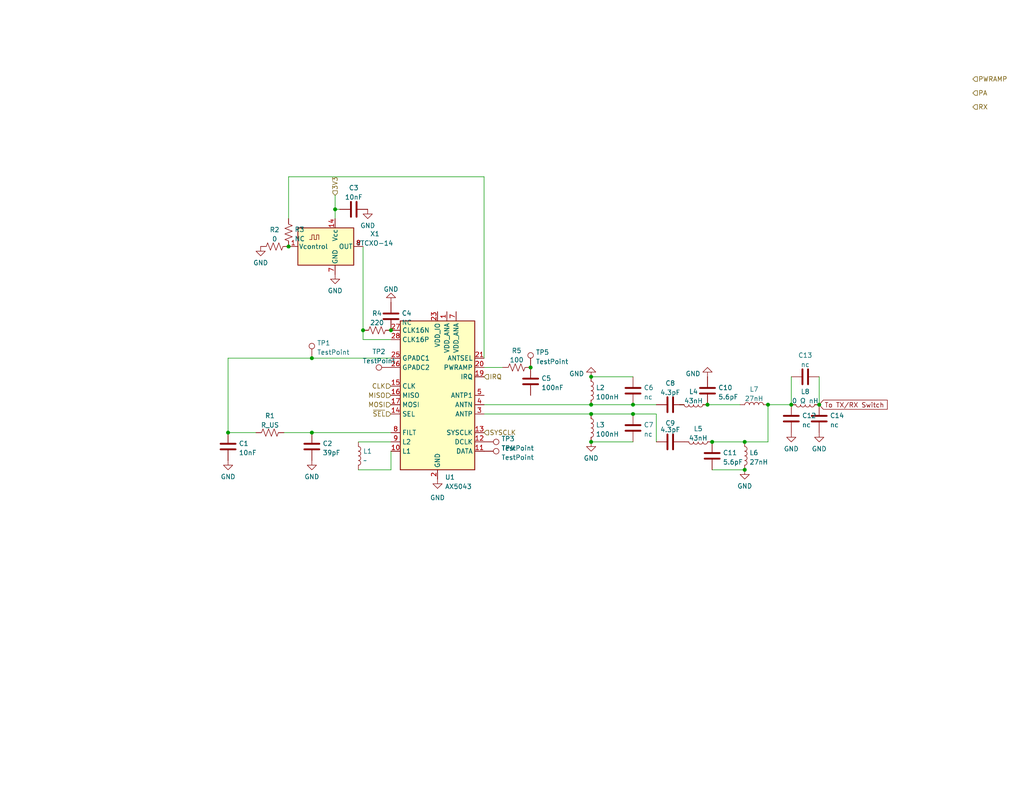
<source format=kicad_sch>
(kicad_sch (version 20211123) (generator eeschema)
  (paper "USLetter")
  (title_block (title "ADD5043 433 MHz Dev. Board Clone") (date "2022-05-20") (company "SilverSat Ltd."))
  (lib_symbols
    (symbol "Connector:TestPoint" (pin_numbers hide) (pin_names (offset 0.762) hide)
      (property "Reference" "TP" (at 0 6.858 0))
      (property "Value" "TestPoint" (at 0 5.08 0))
      (symbol "TestPoint_0_1"
        (circle (center 0 3.302) (radius 0.762))
      )
      (symbol "TestPoint_1_1"
        (pin passive line (at 0 0 90) (length 2.54) (name "1") (number "1"))
      )
    )
    (symbol "Device:C" (pin_numbers hide) (pin_names (offset 0.254))
      (property "Reference" "C" (at 0.635 2.54 0))
      (property "Value" "C" (at 0.635 -2.54 0))
      (symbol "C_0_1"
        (polyline (pts (xy -2.032 -0.762) (xy 2.032 -0.762)) (stroke (width 0.508)))
        (polyline (pts (xy -2.032 0.762) (xy 2.032 0.762)) (stroke (width 0.508)))
      )
      (symbol "C_1_1"
        (pin passive line (at 0 3.81 270) (length 2.794) (name "~") (number "1"))
        (pin passive line (at 0 -3.81 90) (length 2.794) (name "~") (number "2"))
      )
    )
    (symbol "Device:L" (pin_numbers hide) (pin_names (offset 1.016) hide)
      (property "Reference" "L" (at -1.27 0 90))
      (property "Value" "L" (at 1.905 0 90))
      (symbol "L_0_1"
        (arc (start 0 -2.54) (mid 0.635 -1.905) (end 0 -1.27))
        (arc (start 0 -1.27) (mid 0.635 -0.635) (end 0 0))
        (arc (start 0 0) (mid 0.635 0.635) (end 0 1.27))
        (arc (start 0 1.27) (mid 0.635 1.905) (end 0 2.54))
      )
      (symbol "L_1_1"
        (pin passive line (at 0 3.81 270) (length 1.27) (name "1") (number "1"))
        (pin passive line (at 0 -3.81 90) (length 1.27) (name "2") (number "2"))
      )
    )
    (symbol "Device:R_US" (pin_numbers hide) (pin_names (offset 0))
      (property "Reference" "R" (at 2.54 0 90))
      (property "Value" "R_US" (at -2.54 0 90))
      (symbol "R_US_0_1"
        (polyline (pts (xy 0 -2.286) (xy 0 -2.54)))
        (polyline (pts (xy 0 2.286) (xy 0 2.54)))
        (polyline (pts (xy 0 -0.762) (xy 1.016 -1.143) (xy 0 -1.524) (xy -1.016 -1.905) (xy 0 -2.286)))
        (polyline (pts (xy 0 0.762) (xy 1.016 0.381) (xy 0 0) (xy -1.016 -0.381) (xy 0 -0.762)))
        (polyline (pts (xy 0 2.286) (xy 1.016 1.905) (xy 0 1.524) (xy -1.016 1.143) (xy 0 0.762)))
      )
      (symbol "R_US_1_1"
        (pin passive line (at 0 3.81 270) (length 1.27) (name "~") (number "1"))
        (pin passive line (at 0 -3.81 90) (length 1.27) (name "~") (number "2"))
      )
    )
    (symbol "Oscillator:VTCXO-14" (pin_names (offset 0.254))
      (property "Reference" "X" (at -5.08 6.35 0))
      (property "Value" "VTCXO-14" (at 1.27 -6.35 0))
      (symbol "VTCXO-14_0_1"
        (rectangle (start -10.16 5.08) (end 5.08 -5.08) (stroke (width 0.254)) (fill (type background)))
        (polyline (pts (xy -6.985 1.905) (xy -6.35 1.905) (xy -6.35 3.175) (xy -5.715 3.175) (xy -5.715 1.905) (xy -5.08 1.905) (xy -5.08 3.175) (xy -4.445 3.175) (xy -4.445 1.905)))
      )
      (symbol "VTCXO-14_1_1"
        (pin input line (at -12.7 0 0) (length 2.54) (name "Vcontrol") (number "1"))
        (pin power_in line (at 0 7.62 270) (length 2.54) (name "Vcc") (number "14"))
        (pin power_in line (at 0 -7.62 90) (length 2.54) (name "GND") (number "7"))
        (pin output line (at 7.62 0 180) (length 2.54) (name "OUT") (number "8"))
      )
    )
    (symbol "RF:AX5043"
      (property "Reference" "U" (at -8.89 21.59 0))
      (property "Value" "AX5043" (at 8.89 21.59 0))
      (symbol "AX5043_1_0"
        (rectangle (start -10.16 -20.32) (end 10.16 20.32) (stroke (width 0.254)) (fill (type background)))
      )
      (symbol "AX5043_1_1"
        (pin power_out line (at 2.54 22.86 270) (length 2.54) (name "VDD_ANA") (number "1"))
        (pin passive line (at -12.7 -15.24 0) (length 2.54) (name "L1") (number "10"))
        (pin bidirectional line (at 12.7 -15.24 180) (length 2.54) (name "DATA") (number "11"))
        (pin bidirectional line (at 12.7 -12.7 180) (length 2.54) (name "DCLK") (number "12"))
        (pin bidirectional line (at 12.7 -10.16 180) (length 2.54) (name "SYSCLK") (number "13"))
        (pin input line (at -12.7 -5.08 0) (length 2.54) (name "SEL") (number "14"))
        (pin input line (at -12.7 2.54 0) (length 2.54) (name "CLK") (number "15"))
        (pin output line (at -12.7 0 0) (length 2.54) (name "MISO") (number "16"))
        (pin input line (at -12.7 -2.54 0) (length 2.54) (name "MOSI") (number "17"))
        (pin no_connect line (at -2.54 -20.32 90) (length 2.54) hide (name "NC") (number "18"))
        (pin output line (at 12.7 5.08 180) (length 2.54) (name "IRQ") (number "19"))
        (pin power_in line (at 0 -22.86 90) (length 2.54) (name "GND") (number "2"))
        (pin bidirectional line (at 12.7 7.62 180) (length 2.54) (name "PWRAMP") (number "20"))
        (pin bidirectional line (at 12.7 10.16 180) (length 2.54) (name "ANTSEL") (number "21"))
        (pin no_connect line (at 2.54 -20.32 90) (length 2.54) hide (name "NC") (number "22"))
        (pin power_in line (at 0 22.86 270) (length 2.54) (name "VDD_IO") (number "23"))
        (pin no_connect line (at -5.08 -20.32 90) (length 2.54) hide (name "NC") (number "24"))
        (pin input line (at -12.7 10.16 0) (length 2.54) (name "GPADC1") (number "25"))
        (pin input line (at -12.7 7.62 0) (length 2.54) (name "GPADC2") (number "26"))
        (pin input line (at -12.7 17.78 0) (length 2.54) (name "CLK16N") (number "27"))
        (pin input line (at -12.7 15.24 0) (length 2.54) (name "CLK16P") (number "28"))
        (pin passive line (at 0 -22.86 90) (length 2.54) hide (name "GND") (number "29"))
        (pin bidirectional line (at 12.7 -5.08 180) (length 2.54) (name "ANTP") (number "3"))
        (pin bidirectional line (at 12.7 -2.54 180) (length 2.54) (name "ANTN") (number "4"))
        (pin output line (at 12.7 0 180) (length 2.54) (name "ANTP1") (number "5"))
        (pin passive line (at 0 -22.86 90) (length 2.54) hide (name "GND") (number "6"))
        (pin power_out line (at 5.08 22.86 270) (length 2.54) (name "VDD_ANA") (number "7"))
        (pin input line (at -12.7 -10.16 0) (length 2.54) (name "FILT") (number "8"))
        (pin passive line (at -12.7 -12.7 0) (length 2.54) (name "L2") (number "9"))
      )
    )
    (symbol "power:GND" (power) (pin_names (offset 0))
      (property "Value" "GND" (at 0 -3.81 0))
      (symbol "GND_0_1"
        (polyline (pts (xy 0 0) (xy 0 -1.27) (xy 1.27 -1.27) (xy 0 -2.54) (xy -1.27 -1.27) (xy 0 -1.27)))
      )
      (symbol "GND_1_1"
        (pin power_in line (at 0 0 270) (length 0) hide (name "GND") (number "1"))
      )
    )
  )
  (junction (at 223.52 110.49))
  (junction (at 215.9 110.49))
  (junction (at 161.29 120.65))
  (junction (at 91.44 57.15))
  (junction (at 161.29 110.49))
  (junction (at 62.23 118.11))
  (junction (at 172.72 113.03))
  (junction (at 161.29 102.87))
  (junction (at 161.29 113.03))
  (junction (at 172.72 110.49))
  (junction (at 203.2 120.65))
  (junction (at 194.31 120.65))
  (junction (at 106.68 90.17))
  (junction (at 193.04 110.49))
  (junction (at 209.55 110.49))
  (junction (at 144.78 100.33))
  (junction (at 99.06 90.17))
  (junction (at 85.09 97.79))
  (junction (at 203.2 128.27))
  (junction (at 78.74 67.31))
  (junction (at 85.09 118.11))
  (wire (pts (xy 179.07 113.03) (xy 179.07 120.65)))
  (wire (pts (xy 161.29 110.49) (xy 172.72 110.49)))
  (wire (pts (xy 91.44 57.15) (xy 92.71 57.15)))
  (wire (pts (xy 194.31 120.65) (xy 203.2 120.65)))
  (wire (pts (xy 185.42 110.49) (xy 186.69 110.49)))
  (wire (pts (xy 172.72 113.03) (xy 179.07 113.03)))
  (wire (pts (xy 223.52 102.87) (xy 223.52 110.49)))
  (wire (pts (xy 132.08 48.26) (xy 132.08 97.79)))
  (wire (pts (xy 132.08 110.49) (xy 161.29 110.49)))
  (wire (pts (xy 99.06 90.17) (xy 99.06 92.71)))
  (wire (pts (xy 161.29 102.87) (xy 172.72 102.87)))
  (wire (pts (xy 132.08 100.33) (xy 137.16 100.33)))
  (wire (pts (xy 91.44 53.34) (xy 91.44 57.15)))
  (wire (pts (xy 85.09 118.11) (xy 106.68 118.11)))
  (wire (pts (xy 99.06 92.71) (xy 106.68 92.71)))
  (wire (pts (xy 62.23 97.79) (xy 85.09 97.79)))
  (wire (pts (xy 78.74 48.26) (xy 78.74 59.69)))
  (wire (pts (xy 132.08 113.03) (xy 161.29 113.03)))
  (wire (pts (xy 209.55 110.49) (xy 215.9 110.49)))
  (wire (pts (xy 161.29 120.65) (xy 172.72 120.65)))
  (wire (pts (xy 99.06 67.31) (xy 99.06 90.17)))
  (wire (pts (xy 97.79 120.65) (xy 106.68 120.65)))
  (wire (pts (xy 194.31 128.27) (xy 203.2 128.27)))
  (wire (pts (xy 62.23 118.11) (xy 62.23 97.79)))
  (wire (pts (xy 85.09 97.79) (xy 106.68 97.79)))
  (wire (pts (xy 106.68 123.19) (xy 106.68 128.27)))
  (wire (pts (xy 209.55 120.65) (xy 203.2 120.65)))
  (wire (pts (xy 91.44 57.15) (xy 91.44 59.69)))
  (wire (pts (xy 62.23 118.11) (xy 69.85 118.11)))
  (wire (pts (xy 209.55 110.49) (xy 209.55 120.65)))
  (wire (pts (xy 161.29 113.03) (xy 172.72 113.03)))
  (wire (pts (xy 215.9 102.87) (xy 215.9 110.49)))
  (wire (pts (xy 193.04 110.49) (xy 201.93 110.49)))
  (wire (pts (xy 172.72 110.49) (xy 179.07 110.49)))
  (wire (pts (xy 78.74 48.26) (xy 132.08 48.26)))
  (wire (pts (xy 106.68 128.27) (xy 97.79 128.27)))
  (wire (pts (xy 77.47 118.11) (xy 85.09 118.11)))
  (global_label "To TX{slash}RX Switch" (shape input) (at 223.52 110.49 0) (property "Intersheet References" "${INTERSHEET_REFS}" (effects hide)))
  (hierarchical_label "MISO" (shape input) (at 106.68 107.95 180))
  (hierarchical_label "SYSCLK" (shape input) (at 132.08 118.11 0))
  (hierarchical_label "MOSI" (shape input) (at 106.68 110.49 180))
  (hierarchical_label "~{SEL}" (shape input) (at 106.68 113.03 180))
  (hierarchical_label "PA" (shape input) (at 265.43 25.4 0))
  (hierarchical_label "PWRAMP" (shape input) (at 265.43 21.59 0))
  (hierarchical_label "3V3" (shape input) (at 91.44 53.34 90))
  (hierarchical_label "RX" (shape input) (at 265.43 29.21 0))
  (hierarchical_label "CLK" (shape input) (at 106.68 105.41 180))
  (hierarchical_label "IRQ" (shape input) (at 132.08 102.87 0))
  (symbol (lib_id "Device:L") (at 189.23 110.49 90) (mirror x) (unit 1)
    (property "Reference" "L4" (at 189.23 106.9172 90))
    (property "Value" "43nH" (at 189.23 109.4541 90))
  )
  (symbol (lib_id "Device:C") (at 172.72 116.84 0) (unit 1)
    (property "Reference" "C7" (at 175.641 116.0053 0) (effects (justify left)))
    (property "Value" "nc" (at 175.641 118.5422 0) (effects (justify left)))
  )
  (symbol (lib_id "Device:L") (at 161.29 116.84 0) (unit 1)
    (property "Reference" "L3" (at 162.56 116.0053 0) (effects (justify left)))
    (property "Value" "100nH" (at 162.56 118.5422 0) (effects (justify left)))
  )
  (symbol (lib_id "Device:C") (at 182.88 120.65 270) (mirror x) (unit 1)
    (property "Reference" "C9" (at 182.88 114.7912 90) (effects (justify bottom)))
    (property "Value" "4.3pF" (at 182.88 117.3281 90))
  )
  (symbol (lib_id "Device:C") (at 144.78 104.14 0) (unit 1)
    (property "Reference" "C5" (at 147.701 103.3053 0) (effects (justify left)))
    (property "Value" "100nF" (at 147.701 105.8422 0) (effects (justify left)))
  )
  (symbol (lib_id "Device:C") (at 172.72 106.68 0) (unit 1)
    (property "Reference" "C6" (at 175.641 105.8453 0) (effects (justify left)))
    (property "Value" "nc" (at 175.641 108.3822 0) (effects (justify left)))
  )
  (symbol (lib_id "Device:C") (at 219.71 102.87 90) (unit 1)
    (property "Reference" "C13" (at 219.71 97.0112 90))
    (property "Value" "nc" (at 219.71 99.5481 90))
  )
  (symbol (lib_id "Device:C") (at 194.31 124.46 0) (unit 1)
    (property "Reference" "C11" (at 197.231 123.6253 0) (effects (justify left)))
    (property "Value" "5.6pF" (at 197.231 126.1622 0) (effects (justify left)))
  )
  (symbol (lib_id "RF:AX5043") (at 119.38 107.95 0) (unit 1)
    (property "Reference" "U1" (at 121.3994 130.3004 0) (effects (justify left)))
    (property "Value" "AX5043" (at 121.3994 132.8373 0) (effects (justify left)))
    (property "Footprint" "Package_DFN_QFN:QFN-28-1EP_5x5mm_P0.5mm_EP3.35x3.35mm" (effects hide))
    (property "Datasheet" "https://www.onsemi.com/pub/Collateral/AX5043-D.PDF" (effects hide))
  )
  (symbol (lib_id "power:GND") (at 223.52 118.11 0) (unit 1)
    (property "Reference" "#PWR013" (effects hide))
    (property "Value" "GND" (at 223.52 122.5534 0))
  )
  (symbol (lib_id "Device:C") (at 62.23 121.92 0) (unit 1)
    (property "Reference" "C1" (at 65.151 121.0853 0) (effects (justify left)))
    (property "Value" "10nF" (at 65.151 123.6222 0) (effects (justify left)))
  )
  (symbol (lib_id "power:GND") (at 161.29 102.87 0) (mirror x) (unit 1)
    (property "Reference" "#PWR08" (effects hide))
    (property "Value" "GND" (at 159.3851 102.0338 0) (effects (justify right)))
  )
  (symbol (lib_id "Connector:TestPoint") (at 132.08 123.19 270) (unit 1)
    (property "Reference" "TP4" (at 136.779 122.3553 90) (effects (justify left)))
    (property "Value" "TestPoint" (at 136.779 124.8922 90) (effects (justify left)))
  )
  (symbol (lib_id "Device:L") (at 205.74 110.49 90) (unit 1)
    (property "Reference" "L7" (at 205.74 106.2822 90))
    (property "Value" "27nH" (at 205.74 108.8191 90))
  )
  (symbol (lib_id "power:GND") (at 161.29 120.65 0) (unit 1)
    (property "Reference" "#PWR09" (effects hide))
    (property "Value" "GND" (at 161.29 125.0934 0))
  )
  (symbol (lib_id "power:GND") (at 119.38 130.81 0) (unit 1)
    (property "Reference" "#PWR07" (effects hide))
    (property "Value" "~" (at 119.38 135.89 0))
  )
  (symbol (lib_id "Connector:TestPoint") (at 85.09 97.79 0) (unit 1)
    (property "Reference" "TP1" (at 86.487 93.6533 0) (effects (justify left)))
    (property "Value" "TestPoint" (at 86.487 96.1902 0) (effects (justify left)))
  )
  (symbol (lib_id "Connector:TestPoint") (at 106.68 100.33 90) (unit 1)
    (property "Reference" "TP2" (at 103.378 95.9952 90))
    (property "Value" "TestPoint" (at 103.378 98.5321 90))
  )
  (symbol (lib_id "Device:C") (at 96.52 57.15 90) (unit 1)
    (property "Reference" "C3" (at 96.52 51.2912 90))
    (property "Value" "10nF" (at 96.52 53.8281 90))
  )
  (symbol (lib_id "power:GND") (at 62.23 125.73 0) (unit 1)
    (property "Reference" "#PWR01" (effects hide))
    (property "Value" "GND" (at 62.23 130.1734 0))
  )
  (symbol (lib_id "power:GND") (at 193.04 102.87 0) (mirror x) (unit 1)
    (property "Reference" "#PWR010" (effects hide))
    (property "Value" "GND" (at 191.1351 102.0338 0) (effects (justify right)))
  )
  (symbol (lib_id "Connector:TestPoint") (at 132.08 120.65 270) (unit 1)
    (property "Reference" "TP3" (at 136.779 119.8153 90) (effects (justify left)))
    (property "Value" "TestPoint" (at 136.779 122.3522 90) (effects (justify left)))
  )
  (symbol (lib_id "Connector:TestPoint") (at 144.78 100.33 0) (unit 1)
    (property "Reference" "TP5" (at 146.177 96.1933 0) (effects (justify left)))
    (property "Value" "TestPoint" (at 146.177 98.7302 0) (effects (justify left)))
  )
  (symbol (lib_id "power:GND") (at 215.9 118.11 0) (unit 1)
    (property "Reference" "#PWR012" (effects hide))
    (property "Value" "GND" (at 215.9 122.5534 0))
  )
  (symbol (lib_id "Device:R_US") (at 74.93 67.31 90) (unit 1)
    (property "Reference" "R2" (at 74.93 62.7212 90))
    (property "Value" "0" (at 74.93 65.2581 90))
  )
  (symbol (lib_id "Device:R_US") (at 78.74 63.5 0) (unit 1)
    (property "Reference" "R3" (at 80.391 62.6653 0) (effects (justify left)))
    (property "Value" "NC" (at 80.391 65.2022 0) (effects (justify left)))
  )
  (symbol (lib_id "power:GND") (at 203.2 128.27 0) (unit 1)
    (property "Reference" "#PWR011" (effects hide))
    (property "Value" "GND" (at 203.2 132.7134 0))
  )
  (symbol (lib_id "power:GND") (at 71.12 67.31 0) (unit 1)
    (property "Reference" "#PWR02" (effects hide))
    (property "Value" "GND" (at 71.12 71.7534 0))
  )
  (symbol (lib_id "power:GND") (at 85.09 125.73 0) (unit 1)
    (property "Reference" "#PWR03" (effects hide))
    (property "Value" "GND" (at 85.09 130.1734 0))
  )
  (symbol (lib_id "Device:R_US") (at 73.66 118.11 90) (unit 1)
    (property "Reference" "R1" (at 73.66 113.5212 90))
    (property "Value" "R_US" (at 73.66 116.0581 90))
  )
  (symbol (lib_id "Device:L") (at 203.2 124.46 0) (unit 1)
    (property "Reference" "L6" (at 204.47 123.6253 0) (effects (justify left)))
    (property "Value" "27nH" (at 204.47 126.1622 0) (effects (justify left)))
  )
  (symbol (lib_id "Device:C") (at 182.88 110.49 90) (unit 1)
    (property "Reference" "C8" (at 182.88 104.6312 90))
    (property "Value" "4.3pF" (at 182.88 107.1681 90))
  )
  (symbol (lib_id "Device:R_US") (at 102.87 90.17 90) (unit 1)
    (property "Reference" "R4" (at 102.87 85.5812 90))
    (property "Value" "220" (at 102.87 88.1181 90))
  )
  (symbol (lib_id "Device:L") (at 97.79 124.46 0) (unit 1)
    (property "Reference" "L1" (at 99.06 123.1899 0) (effects (justify left)))
    (property "Value" "~" (at 99.06 125.7299 0) (effects (justify left)))
  )
  (symbol (lib_id "Device:C") (at 106.68 86.36 0) (unit 1)
    (property "Reference" "C4" (at 109.601 85.5253 0) (effects (justify left)))
    (property "Value" "NC" (at 109.601 88.0622 0) (effects (justify left)))
  )
  (symbol (lib_id "Device:L") (at 161.29 106.68 0) (unit 1)
    (property "Reference" "L2" (at 162.56 105.8453 0) (effects (justify left)))
    (property "Value" "100nH" (at 162.56 108.3822 0) (effects (justify left)))
  )
  (symbol (lib_id "Device:L") (at 219.71 110.49 270) (unit 1)
    (property "Reference" "L8" (at 219.71 106.9172 90))
    (property "Value" "0 Ω nH" (at 219.71 109.4541 90))
  )
  (symbol (lib_id "Device:C") (at 215.9 114.3 0) (unit 1)
    (property "Reference" "C12" (at 218.821 113.4653 0) (effects (justify left)))
    (property "Value" "nc" (at 218.821 116.0022 0) (effects (justify left)))
  )
  (symbol (lib_id "power:GND") (at 91.44 74.93 0) (unit 1)
    (property "Reference" "#PWR04" (effects hide))
    (property "Value" "GND" (at 91.44 79.3734 0))
  )
  (symbol (lib_id "Device:C") (at 193.04 106.68 0) (unit 1)
    (property "Reference" "C10" (at 195.961 105.8453 0) (effects (justify left)))
    (property "Value" "5.6pF" (at 195.961 108.3822 0) (effects (justify left)))
  )
  (symbol (lib_id "Device:L") (at 190.5 120.65 90) (mirror x) (unit 1)
    (property "Reference" "L5" (at 190.5 117.0772 90))
    (property "Value" "43nH" (at 190.5 119.6141 90))
  )
  (symbol (lib_id "power:GND") (at 100.33 57.15 0) (unit 1)
    (property "Reference" "#PWR05" (effects hide))
    (property "Value" "GND" (at 100.33 61.5934 0))
  )
  (symbol (lib_id "Oscillator:VTCXO-14") (at 91.44 67.31 0) (unit 1)
    (property "Reference" "X1" (at 102.2902 63.8516 0))
    (property "Value" "VTCXO-14" (at 102.2902 66.3885 0))
    (property "Footprint" "Oscillator:Oscillator_DIP-14" (effects hide))
    (property "Datasheet" "http://www.golledge.com/pdf/products/tcxos/gtxos14.pdf" (effects hide))
  )
  (symbol (lib_id "power:GND") (at 106.68 82.55 180) (unit 1)
    (property "Reference" "#PWR06" (effects hide))
    (property "Value" "GND" (at 106.68 78.9742 0))
  )
  (symbol (lib_id "Device:R_US") (at 140.97 100.33 90) (unit 1)
    (property "Reference" "R5" (at 140.97 95.7412 90))
    (property "Value" "100" (at 140.97 98.2781 90))
  )
  (symbol (lib_id "Device:C") (at 85.09 121.92 0) (unit 1)
    (property "Reference" "C2" (at 88.011 121.0853 0) (effects (justify left)))
    (property "Value" "39pF" (at 88.011 123.6222 0) (effects (justify left)))
  )
  (symbol (lib_id "Device:C") (at 223.52 114.3 0) (unit 1)
    (property "Reference" "C14" (at 226.441 113.4653 0) (effects (justify left)))
    (property "Value" "nc" (at 226.441 116.0022 0) (effects (justify left)))
  )
)
</source>
